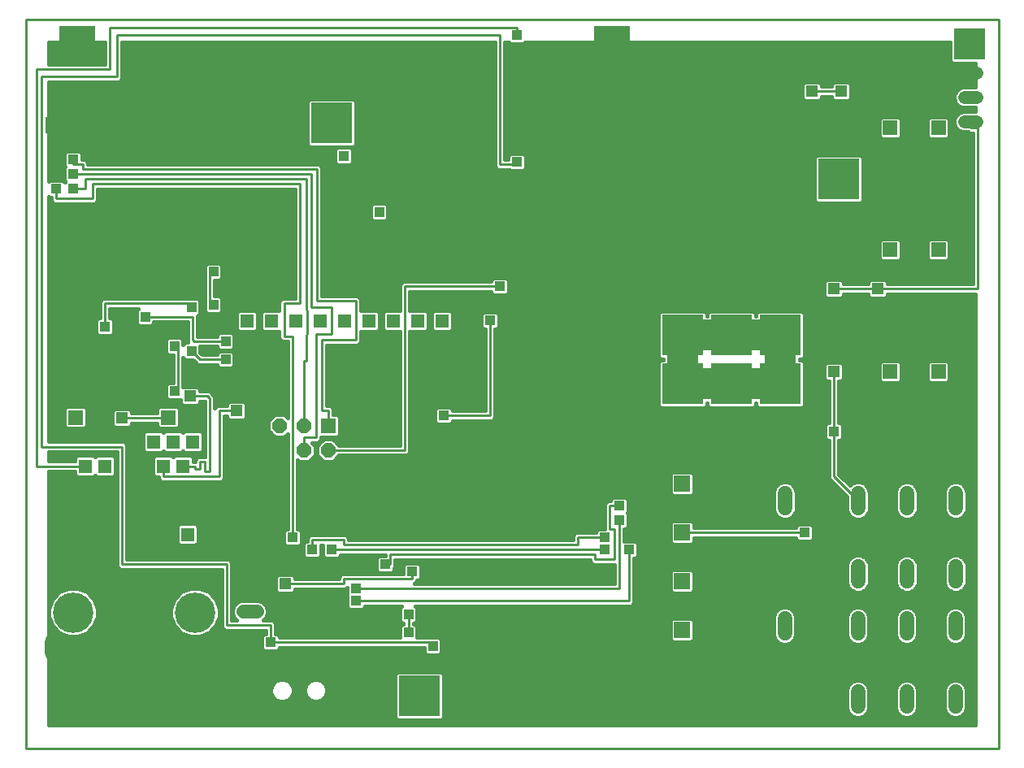
<source format=gbl>
G75*
G70*
%OFA0B0*%
%FSLAX24Y24*%
%IPPOS*%
%LPD*%
%AMOC8*
5,1,8,0,0,1.08239X$1,22.5*
%
%ADD10C,0.1660*%
%ADD11C,0.0945*%
%ADD12R,0.0554X0.0554*%
%ADD13R,0.0594X0.0594*%
%ADD14C,0.0520*%
%ADD15C,0.0600*%
%ADD16R,0.0600X0.0600*%
%ADD17OC8,0.0600*%
%ADD18R,0.0650X0.0650*%
%ADD19C,0.0560*%
%ADD20R,0.0396X0.0396*%
%ADD21C,0.0100*%
%ADD22R,0.0475X0.0475*%
%ADD23C,0.0240*%
%ADD24R,0.0591X0.0591*%
%ADD25C,0.1000*%
%ADD26C,0.0160*%
%ADD27R,0.1266X0.1266*%
%ADD28C,0.0500*%
%ADD29R,0.1502X0.1502*%
%ADD30C,0.0320*%
%ADD31R,0.0886X0.0886*%
%ADD32R,0.0945X0.0945*%
%ADD33R,0.1660X0.1660*%
D10*
X002510Y005834D03*
X007510Y005834D03*
D11*
X008185Y004584D03*
X001835Y004584D03*
D12*
X002810Y009034D03*
X003010Y011834D03*
X003810Y011834D03*
X005810Y012834D03*
X006610Y012834D03*
X007410Y012834D03*
X007010Y011834D03*
X006210Y011834D03*
X007210Y009034D03*
X008644Y017796D03*
X009644Y017796D03*
X010644Y017796D03*
X011644Y017796D03*
X012644Y017796D03*
X013644Y017796D03*
X014644Y017796D03*
X015644Y017796D03*
X016644Y017796D03*
X017644Y017796D03*
X018644Y017796D03*
D13*
X007410Y013834D03*
X006410Y013834D03*
X003610Y013834D03*
X002610Y013834D03*
X036030Y015702D03*
X037998Y015702D03*
X037998Y020702D03*
X036030Y020702D03*
X036030Y025702D03*
X037998Y025702D03*
D14*
X039070Y025956D02*
X039590Y025956D01*
X039590Y026956D02*
X039070Y026956D01*
X039070Y027956D02*
X039590Y027956D01*
D15*
X038707Y010718D02*
X038707Y010118D01*
X036707Y010118D02*
X036707Y010718D01*
X034707Y010718D02*
X034707Y010118D01*
X031707Y010118D02*
X031707Y010718D01*
X031707Y007718D02*
X031707Y007118D01*
X031699Y005588D02*
X031699Y004988D01*
X034699Y004988D02*
X034699Y005588D01*
X034707Y007118D02*
X034707Y007718D01*
X036707Y007718D02*
X036707Y007118D01*
X036699Y005588D02*
X036699Y004988D01*
X038699Y004988D02*
X038699Y005588D01*
X038707Y007118D02*
X038707Y007718D01*
X038699Y002588D02*
X038699Y001988D01*
X036699Y001988D02*
X036699Y002588D01*
X034699Y002588D02*
X034699Y001988D01*
X031699Y001988D02*
X031699Y002588D01*
D16*
X012983Y013481D03*
D17*
X011983Y013481D03*
X011983Y012481D03*
X012983Y012481D03*
X010983Y012481D03*
X010983Y013481D03*
D18*
X004714Y017302D03*
X011114Y021102D03*
X011914Y028002D03*
X008714Y028702D03*
X005214Y028602D03*
X001714Y025802D03*
X027483Y011115D03*
X027483Y009115D03*
X027483Y007115D03*
X027483Y005115D03*
X027483Y003115D03*
D19*
X010042Y005876D02*
X009482Y005876D01*
X009482Y006876D02*
X010042Y006876D01*
D20*
X012314Y008402D03*
X013114Y008402D03*
X011514Y008902D03*
X014114Y006802D03*
X014114Y006302D03*
X015064Y005602D03*
X016264Y005752D03*
X016264Y005002D03*
X017264Y004452D03*
X016414Y007502D03*
X015314Y007802D03*
X010614Y004602D03*
X017714Y013902D03*
X019614Y017802D03*
X020014Y019202D03*
X015064Y022252D03*
X013614Y024552D03*
X008264Y019802D03*
X008264Y018452D03*
X007364Y018352D03*
X005464Y017952D03*
X006664Y016752D03*
X007364Y016552D03*
X008764Y016202D03*
X008764Y016952D03*
X006664Y014902D03*
X003814Y017552D03*
X002514Y023202D03*
X002514Y023802D03*
X002514Y024402D03*
X001814Y023202D03*
X020714Y024302D03*
X020714Y029502D03*
X034814Y016502D03*
X037014Y013702D03*
X033714Y013252D03*
X032514Y009102D03*
X025314Y008402D03*
X024314Y008402D03*
X024314Y008902D03*
X024914Y009602D03*
X024914Y010202D03*
D21*
X000564Y000252D02*
X000564Y030152D01*
X040464Y030152D01*
X040464Y000252D01*
X000564Y000252D01*
X008814Y005302D02*
X010614Y005302D01*
X010614Y004602D01*
X017114Y004602D01*
X017114Y004452D01*
X017264Y004452D01*
X016264Y005002D02*
X016264Y005752D01*
X015164Y005552D02*
X015114Y005602D01*
X015064Y005602D01*
X014114Y006302D02*
X025314Y006302D01*
X025314Y008402D01*
X024714Y008002D02*
X023914Y008002D01*
X023914Y008202D01*
X015514Y008202D01*
X015514Y007802D01*
X015314Y007802D01*
X016414Y007502D02*
X016414Y007202D01*
X013614Y007202D01*
X013614Y007002D01*
X011214Y007002D01*
X012314Y008402D02*
X012314Y008802D01*
X013614Y008802D01*
X013614Y008602D01*
X023214Y008602D01*
X023214Y008902D01*
X024314Y008902D01*
X024514Y009252D02*
X024514Y010202D01*
X024914Y010202D01*
X024914Y009602D02*
X024914Y006802D01*
X014114Y006802D01*
X013114Y008402D02*
X024314Y008402D01*
X024714Y008002D02*
X024714Y009252D01*
X024514Y009252D01*
X027483Y009115D02*
X027483Y009102D01*
X032514Y009102D01*
X034707Y010418D02*
X033714Y011411D01*
X033714Y013252D01*
X033714Y015702D01*
X034814Y016502D02*
X034914Y016402D01*
X037114Y016402D01*
X037114Y015202D01*
X037514Y014802D01*
X037514Y013702D01*
X037014Y013702D01*
X035514Y019102D02*
X033714Y019102D01*
X035514Y019102D02*
X039614Y019102D01*
X039614Y025702D01*
X039330Y025702D01*
X039330Y025956D01*
X034014Y027202D02*
X032814Y027202D01*
X020714Y029502D02*
X020714Y029802D01*
X004014Y029802D01*
X004014Y028102D01*
X001014Y028102D01*
X001014Y011834D01*
X003010Y011834D01*
X004514Y012627D02*
X001214Y012627D01*
X001214Y027802D01*
X004314Y027802D01*
X004314Y029502D01*
X020014Y029502D01*
X020014Y024202D01*
X020714Y024202D01*
X020714Y024302D01*
X020014Y019202D02*
X016114Y019202D01*
X016114Y012481D01*
X012983Y012481D01*
X012464Y013002D02*
X011983Y013002D01*
X011983Y012481D01*
X012464Y013002D02*
X012464Y017252D01*
X013114Y017252D01*
X013114Y018352D01*
X012264Y018352D01*
X012264Y023802D01*
X002514Y023802D01*
X002514Y024202D02*
X002914Y024202D01*
X002914Y024002D01*
X012514Y024002D01*
X012514Y018602D01*
X014114Y018602D01*
X014114Y017002D01*
X012714Y017002D01*
X012714Y014102D01*
X012983Y014102D01*
X012983Y013481D01*
X012983Y013852D01*
X011983Y013481D02*
X011983Y016152D01*
X012064Y016152D01*
X012064Y017202D01*
X012114Y017252D01*
X012114Y018202D01*
X012064Y018252D01*
X012064Y023602D01*
X003014Y023602D01*
X003014Y023202D01*
X002514Y023202D01*
X001814Y023202D02*
X001814Y022802D01*
X003314Y022802D01*
X003314Y023402D01*
X011814Y023402D01*
X011814Y018502D01*
X011164Y018502D01*
X011164Y017152D01*
X011514Y017152D01*
X011514Y008902D01*
X008814Y007802D02*
X004514Y007802D01*
X004514Y012627D01*
X004514Y013802D02*
X006378Y013802D01*
X006410Y013834D01*
X007314Y014702D02*
X008014Y014702D01*
X008114Y014602D01*
X008114Y011602D01*
X007914Y011602D01*
X007914Y012002D01*
X007714Y012002D01*
X007714Y011702D01*
X007514Y011702D01*
X007514Y011802D01*
X007042Y011802D01*
X007010Y011834D01*
X006210Y011834D02*
X006210Y011402D01*
X008514Y011402D01*
X008514Y014102D01*
X009214Y014102D01*
X008764Y016202D02*
X007714Y016202D01*
X007364Y016552D01*
X007464Y016952D02*
X008764Y016952D01*
X007464Y016952D02*
X007414Y017002D01*
X007414Y017952D01*
X005464Y017952D01*
X006664Y016752D02*
X006814Y016852D01*
X006814Y014902D01*
X006664Y014902D01*
X003814Y017552D02*
X003814Y018502D01*
X007214Y018502D01*
X007364Y018352D01*
X008114Y018452D02*
X008264Y018452D01*
X008114Y018452D02*
X008114Y019802D01*
X008264Y019802D01*
X002514Y024202D02*
X002514Y024402D01*
X017714Y013902D02*
X019614Y013902D01*
X019614Y017802D01*
X029214Y010102D02*
X029214Y009602D01*
X015214Y003802D02*
X015214Y003402D01*
X015214Y003802D02*
X014864Y004152D01*
X008814Y005302D02*
X008814Y007802D01*
D22*
X011214Y007002D03*
X014864Y004152D03*
X004514Y013802D03*
X007314Y014702D03*
X009214Y014102D03*
X032814Y027202D03*
X034014Y027202D03*
X033714Y019102D03*
X035514Y019102D03*
X033714Y015702D03*
D23*
X008614Y020702D02*
X005514Y020702D01*
X005514Y020902D01*
X002114Y020902D01*
D24*
X002114Y020902D03*
X005514Y020902D03*
X008614Y020702D03*
D25*
X008185Y004584D02*
X007514Y002884D01*
X007514Y004202D01*
X001835Y004202D01*
X001835Y004584D01*
D26*
X001514Y004641D02*
X010256Y004641D01*
X010256Y004799D02*
X001514Y004799D01*
X001514Y004958D02*
X002038Y004958D01*
X001949Y004994D02*
X002313Y004844D01*
X002707Y004844D01*
X003071Y004994D01*
X003349Y005273D01*
X003500Y005637D01*
X003500Y006031D01*
X003349Y006394D01*
X003071Y006673D01*
X002707Y006824D01*
X002313Y006824D01*
X001949Y006673D01*
X001671Y006394D01*
X001520Y006031D01*
X001520Y005637D01*
X001671Y005273D01*
X001949Y004994D01*
X001827Y005116D02*
X001514Y005116D01*
X001514Y005275D02*
X001670Y005275D01*
X001604Y005434D02*
X001514Y005434D01*
X001514Y005592D02*
X001539Y005592D01*
X001514Y005751D02*
X001520Y005751D01*
X001514Y005909D02*
X001520Y005909D01*
X001514Y006068D02*
X001536Y006068D01*
X001514Y006226D02*
X001601Y006226D01*
X001667Y006385D02*
X001514Y006385D01*
X001514Y006543D02*
X001820Y006543D01*
X002019Y006702D02*
X001514Y006702D01*
X001514Y006860D02*
X008604Y006860D01*
X008604Y006702D02*
X008001Y006702D01*
X008071Y006673D02*
X007707Y006824D01*
X007313Y006824D01*
X006949Y006673D01*
X006671Y006394D01*
X006520Y006031D01*
X006520Y005637D01*
X006671Y005273D01*
X006949Y004994D01*
X007313Y004844D01*
X007707Y004844D01*
X008071Y004994D01*
X008349Y005273D01*
X008500Y005637D01*
X008500Y006031D01*
X008349Y006394D01*
X008071Y006673D01*
X008200Y006543D02*
X008604Y006543D01*
X008604Y006385D02*
X008353Y006385D01*
X008419Y006226D02*
X008604Y006226D01*
X008604Y006068D02*
X008485Y006068D01*
X008500Y005909D02*
X008604Y005909D01*
X008604Y005751D02*
X008500Y005751D01*
X008481Y005592D02*
X008604Y005592D01*
X008604Y005434D02*
X008416Y005434D01*
X008350Y005275D02*
X008604Y005275D01*
X008604Y005215D02*
X008727Y005092D01*
X010404Y005092D01*
X010404Y004960D01*
X010350Y004960D01*
X010256Y004866D01*
X010256Y004337D01*
X010350Y004243D01*
X010878Y004243D01*
X010972Y004337D01*
X010972Y004392D01*
X016904Y004392D01*
X016904Y004365D01*
X016906Y004363D01*
X016906Y004187D01*
X017000Y004093D01*
X017528Y004093D01*
X017622Y004187D01*
X017622Y004716D01*
X017528Y004810D01*
X017203Y004810D01*
X017201Y004812D01*
X016622Y004812D01*
X016622Y005266D01*
X016528Y005360D01*
X016474Y005360D01*
X016474Y005393D01*
X016528Y005393D01*
X016622Y005487D01*
X016622Y006016D01*
X016546Y006092D01*
X025227Y006092D01*
X025401Y006092D01*
X025524Y006215D01*
X025524Y008043D01*
X025578Y008043D01*
X025672Y008137D01*
X025672Y008666D01*
X025578Y008760D01*
X025124Y008760D01*
X025124Y009243D01*
X025178Y009243D01*
X025272Y009337D01*
X025272Y009866D01*
X025236Y009902D01*
X025272Y009937D01*
X025272Y010466D01*
X025178Y010560D01*
X024650Y010560D01*
X024556Y010466D01*
X024556Y010412D01*
X024427Y010412D01*
X024304Y010289D01*
X024304Y010115D01*
X024304Y009260D01*
X024050Y009260D01*
X023956Y009166D01*
X023956Y009112D01*
X023127Y009112D01*
X023004Y008989D01*
X023004Y008815D01*
X023004Y008812D01*
X013824Y008812D01*
X013824Y008889D01*
X013701Y009012D01*
X012227Y009012D01*
X012104Y008889D01*
X012104Y008760D01*
X012050Y008760D01*
X011956Y008666D01*
X011956Y008137D01*
X012050Y008043D01*
X012578Y008043D01*
X012672Y008137D01*
X012672Y008592D01*
X012756Y008592D01*
X012756Y008137D01*
X012850Y008043D01*
X013378Y008043D01*
X013472Y008137D01*
X013472Y008192D01*
X015304Y008192D01*
X015304Y008160D01*
X015050Y008160D01*
X014956Y008066D01*
X014956Y007537D01*
X015050Y007443D01*
X015578Y007443D01*
X015672Y007537D01*
X015672Y007663D01*
X015724Y007715D01*
X015724Y007889D01*
X015724Y007992D01*
X023704Y007992D01*
X023704Y007915D01*
X023827Y007792D01*
X024704Y007792D01*
X024704Y007012D01*
X016521Y007012D01*
X016624Y007115D01*
X016624Y007143D01*
X016678Y007143D01*
X016772Y007237D01*
X016772Y007766D01*
X016678Y007860D01*
X016150Y007860D01*
X016056Y007766D01*
X016056Y007412D01*
X013527Y007412D01*
X013404Y007289D01*
X013404Y007212D01*
X011611Y007212D01*
X011611Y007305D01*
X011518Y007399D01*
X010910Y007399D01*
X010817Y007305D01*
X010817Y006698D01*
X010910Y006604D01*
X011518Y006604D01*
X011611Y006698D01*
X011611Y006792D01*
X013527Y006792D01*
X013701Y006792D01*
X013756Y006847D01*
X013756Y006566D01*
X013756Y006037D01*
X013850Y005943D01*
X014378Y005943D01*
X014472Y006037D01*
X014472Y006092D01*
X015982Y006092D01*
X015906Y006016D01*
X015906Y005487D01*
X016000Y005393D01*
X016054Y005393D01*
X016054Y005360D01*
X016000Y005360D01*
X015906Y005266D01*
X015906Y004812D01*
X010972Y004812D01*
X010972Y004866D01*
X010878Y004960D01*
X010824Y004960D01*
X010824Y005215D01*
X010824Y005389D01*
X010701Y005512D01*
X010300Y005512D01*
X010415Y005626D01*
X010482Y005788D01*
X010482Y005963D01*
X010415Y006125D01*
X010291Y006249D01*
X010130Y006316D01*
X009394Y006316D01*
X009233Y006249D01*
X009109Y006125D01*
X009042Y005963D01*
X009042Y005788D01*
X009109Y005626D01*
X009224Y005512D01*
X009024Y005512D01*
X009024Y007715D01*
X009024Y007889D01*
X008901Y008012D01*
X004724Y008012D01*
X004724Y012540D01*
X004724Y012714D01*
X004601Y012837D01*
X001514Y012837D01*
X001514Y022879D01*
X001550Y022843D01*
X001604Y022843D01*
X001604Y022715D01*
X001514Y022715D01*
X001604Y022715D02*
X001727Y022592D01*
X003227Y022592D01*
X003401Y022592D01*
X003524Y022715D01*
X011604Y022715D01*
X011604Y022873D02*
X003524Y022873D01*
X003524Y022715D02*
X003524Y023192D01*
X011604Y023192D01*
X011604Y018712D01*
X011251Y018712D01*
X011077Y018712D01*
X010954Y018589D01*
X010954Y018233D01*
X010300Y018233D01*
X010207Y018139D01*
X010207Y017453D01*
X010300Y017359D01*
X010954Y017359D01*
X010954Y017065D01*
X011077Y016942D01*
X011251Y016942D01*
X011304Y016942D01*
X011304Y013810D01*
X011173Y013941D01*
X010792Y013941D01*
X010523Y013672D01*
X010523Y013291D01*
X010792Y013021D01*
X011173Y013021D01*
X011304Y013152D01*
X011304Y009260D01*
X011250Y009260D01*
X011156Y009166D01*
X011156Y008637D01*
X011250Y008543D01*
X011778Y008543D01*
X011872Y008637D01*
X011872Y009166D01*
X011778Y009260D01*
X011724Y009260D01*
X011724Y012089D01*
X011792Y012021D01*
X012173Y012021D01*
X012442Y012291D01*
X012442Y012672D01*
X012322Y012792D01*
X012377Y012792D01*
X012551Y012792D01*
X012674Y012915D01*
X012674Y013021D01*
X013349Y013021D01*
X013442Y013115D01*
X013442Y013847D01*
X013349Y013941D01*
X013192Y013941D01*
X013192Y014189D01*
X013069Y014312D01*
X012924Y014312D01*
X015904Y014312D01*
X015904Y014470D02*
X012924Y014470D01*
X012924Y014312D02*
X012924Y016792D01*
X014201Y016792D01*
X014324Y016915D01*
X014324Y017089D01*
X014324Y017359D01*
X014987Y017359D01*
X015081Y017453D01*
X015081Y018139D01*
X014987Y018233D01*
X014324Y018233D01*
X014324Y018689D01*
X014201Y018812D01*
X014027Y018812D01*
X012724Y018812D01*
X012724Y024089D01*
X012601Y024212D01*
X012427Y024212D01*
X003124Y024212D01*
X003124Y024289D01*
X003001Y024412D01*
X002872Y024412D01*
X002872Y024666D01*
X002778Y024760D01*
X002250Y024760D01*
X002156Y024666D01*
X002156Y024137D01*
X002192Y024102D01*
X002156Y024066D01*
X002156Y023537D01*
X002192Y023502D01*
X002164Y023474D01*
X002078Y023560D01*
X001550Y023560D01*
X001514Y023524D01*
X001514Y027592D01*
X004227Y027592D01*
X004401Y027592D01*
X004524Y027715D01*
X004524Y029202D01*
X019804Y029202D01*
X019804Y024289D01*
X019804Y024115D01*
X019927Y023992D01*
X020401Y023992D01*
X020450Y023943D01*
X020978Y023943D01*
X021072Y024037D01*
X021072Y024566D01*
X020978Y024660D01*
X020450Y024660D01*
X020356Y024566D01*
X020356Y024412D01*
X020224Y024412D01*
X020224Y029202D01*
X020392Y029202D01*
X020450Y029143D01*
X020978Y029143D01*
X021036Y029202D01*
X038471Y029202D01*
X038471Y028452D01*
X038565Y028359D01*
X039514Y028359D01*
X039514Y027376D01*
X038987Y027376D01*
X038832Y027312D01*
X038714Y027194D01*
X038650Y027039D01*
X038650Y026872D01*
X038714Y026718D01*
X038832Y026600D01*
X038987Y026536D01*
X039514Y026536D01*
X039514Y026376D01*
X038987Y026376D01*
X038832Y026312D01*
X038714Y026194D01*
X038650Y026039D01*
X038650Y025872D01*
X038714Y025718D01*
X038832Y025600D01*
X038987Y025536D01*
X039199Y025536D01*
X039243Y025492D01*
X039404Y025492D01*
X039404Y019312D01*
X035911Y019312D01*
X035911Y019405D01*
X035818Y019499D01*
X035210Y019499D01*
X035117Y019405D01*
X035117Y019312D01*
X034111Y019312D01*
X034111Y019405D01*
X034018Y019499D01*
X033410Y019499D01*
X033317Y019405D01*
X033317Y018798D01*
X033410Y018704D01*
X034018Y018704D01*
X034111Y018798D01*
X034111Y018892D01*
X035117Y018892D01*
X035117Y018798D01*
X035210Y018704D01*
X035818Y018704D01*
X035911Y018798D01*
X035911Y018892D01*
X039514Y018892D01*
X039514Y001202D01*
X001514Y001202D01*
X001514Y011624D01*
X002573Y011624D01*
X002573Y011490D01*
X002667Y011396D01*
X003354Y011396D01*
X003410Y011453D01*
X003467Y011396D01*
X004154Y011396D01*
X004247Y011490D01*
X004247Y012177D01*
X004154Y012271D01*
X003467Y012271D01*
X003410Y012214D01*
X003354Y012271D01*
X002667Y012271D01*
X002573Y012177D01*
X002573Y012044D01*
X001514Y012044D01*
X001514Y012417D01*
X004304Y012417D01*
X004304Y007889D01*
X004304Y007715D01*
X004427Y007592D01*
X008604Y007592D01*
X008604Y005389D01*
X008604Y005215D01*
X008702Y005116D02*
X008193Y005116D01*
X007982Y004958D02*
X010348Y004958D01*
X010824Y005116D02*
X015906Y005116D01*
X015906Y004958D02*
X010880Y004958D01*
X010824Y005275D02*
X015915Y005275D01*
X015960Y005434D02*
X010779Y005434D01*
X010381Y005592D02*
X015906Y005592D01*
X015906Y005751D02*
X010466Y005751D01*
X010482Y005909D02*
X015906Y005909D01*
X015958Y006068D02*
X014472Y006068D01*
X013756Y006068D02*
X010439Y006068D01*
X010314Y006226D02*
X013756Y006226D01*
X013756Y006385D02*
X009024Y006385D01*
X009024Y006543D02*
X013756Y006543D01*
X013756Y006702D02*
X011611Y006702D01*
X011581Y007336D02*
X013451Y007336D01*
X013464Y008129D02*
X015019Y008129D01*
X014956Y007970D02*
X008942Y007970D01*
X009024Y007812D02*
X014956Y007812D01*
X014956Y007653D02*
X009024Y007653D01*
X009024Y007495D02*
X014999Y007495D01*
X015629Y007495D02*
X016056Y007495D01*
X016056Y007653D02*
X015672Y007653D01*
X015724Y007812D02*
X016102Y007812D01*
X015724Y007970D02*
X023704Y007970D01*
X023807Y007812D02*
X016726Y007812D01*
X016772Y007653D02*
X024704Y007653D01*
X024704Y007495D02*
X016772Y007495D01*
X016772Y007336D02*
X024704Y007336D01*
X024704Y007177D02*
X016712Y007177D01*
X016528Y007019D02*
X024704Y007019D01*
X025524Y007019D02*
X026998Y007019D01*
X026998Y007177D02*
X025524Y007177D01*
X025524Y007336D02*
X026998Y007336D01*
X026998Y007495D02*
X025524Y007495D01*
X025524Y007653D02*
X034247Y007653D01*
X034247Y007810D02*
X034317Y007979D01*
X034446Y008108D01*
X034615Y008178D01*
X034798Y008178D01*
X034967Y008108D01*
X035097Y007979D01*
X035167Y007810D01*
X035167Y007027D01*
X035097Y006858D01*
X034967Y006728D01*
X034798Y006658D01*
X034615Y006658D01*
X034446Y006728D01*
X034317Y006858D01*
X034247Y007027D01*
X034247Y007810D01*
X034248Y007812D02*
X025524Y007812D01*
X025524Y007970D02*
X034313Y007970D01*
X034496Y008129D02*
X025664Y008129D01*
X025672Y008287D02*
X039514Y008287D01*
X039514Y008129D02*
X038918Y008129D01*
X038967Y008108D02*
X038798Y008178D01*
X038615Y008178D01*
X038446Y008108D01*
X038317Y007979D01*
X038247Y007810D01*
X038247Y007027D01*
X038317Y006858D01*
X038446Y006728D01*
X038615Y006658D01*
X038798Y006658D01*
X038967Y006728D01*
X039097Y006858D01*
X039167Y007027D01*
X039167Y007810D01*
X039097Y007979D01*
X038967Y008108D01*
X039100Y007970D02*
X039514Y007970D01*
X039514Y007812D02*
X039166Y007812D01*
X039167Y007653D02*
X039514Y007653D01*
X039514Y007495D02*
X039167Y007495D01*
X039167Y007336D02*
X039514Y007336D01*
X039514Y007177D02*
X039167Y007177D01*
X039164Y007019D02*
X039514Y007019D01*
X039514Y006860D02*
X039098Y006860D01*
X038904Y006702D02*
X039514Y006702D01*
X039514Y006543D02*
X025524Y006543D01*
X025524Y006385D02*
X039514Y006385D01*
X039514Y006226D02*
X025524Y006226D01*
X025524Y006702D02*
X027020Y006702D01*
X026998Y006724D02*
X027091Y006630D01*
X027874Y006630D01*
X027967Y006724D01*
X027967Y007506D01*
X027874Y007600D01*
X027091Y007600D01*
X026998Y007506D01*
X026998Y006724D01*
X026998Y006860D02*
X025524Y006860D01*
X026998Y005506D02*
X027091Y005600D01*
X027874Y005600D01*
X027967Y005506D01*
X027967Y004724D01*
X027874Y004630D01*
X027091Y004630D01*
X026998Y004724D01*
X026998Y005506D01*
X026998Y005434D02*
X016568Y005434D01*
X016613Y005275D02*
X026998Y005275D01*
X026998Y005116D02*
X016622Y005116D01*
X016622Y004958D02*
X026998Y004958D01*
X026998Y004799D02*
X017539Y004799D01*
X017622Y004641D02*
X027081Y004641D01*
X027884Y004641D02*
X031396Y004641D01*
X031438Y004598D02*
X031608Y004528D01*
X031791Y004528D01*
X031960Y004598D01*
X032089Y004728D01*
X032159Y004897D01*
X032159Y005680D01*
X032089Y005849D01*
X031960Y005978D01*
X031791Y006048D01*
X031608Y006048D01*
X031438Y005978D01*
X031309Y005849D01*
X031239Y005680D01*
X031239Y004897D01*
X031309Y004728D01*
X031438Y004598D01*
X031279Y004799D02*
X027967Y004799D01*
X027967Y004958D02*
X031239Y004958D01*
X031239Y005116D02*
X027967Y005116D01*
X027967Y005275D02*
X031239Y005275D01*
X031239Y005434D02*
X027967Y005434D01*
X027881Y005592D02*
X031239Y005592D01*
X031268Y005751D02*
X016622Y005751D01*
X016622Y005909D02*
X031369Y005909D01*
X032029Y005909D02*
X034369Y005909D01*
X034309Y005849D02*
X034239Y005680D01*
X034239Y004897D01*
X034309Y004728D01*
X034438Y004598D01*
X034608Y004528D01*
X034791Y004528D01*
X034960Y004598D01*
X035089Y004728D01*
X035159Y004897D01*
X035159Y005680D01*
X035089Y005849D01*
X034960Y005978D01*
X034791Y006048D01*
X034608Y006048D01*
X034438Y005978D01*
X034309Y005849D01*
X034268Y005751D02*
X032130Y005751D01*
X032159Y005592D02*
X034239Y005592D01*
X034239Y005434D02*
X032159Y005434D01*
X032159Y005275D02*
X034239Y005275D01*
X034239Y005116D02*
X032159Y005116D01*
X032159Y004958D02*
X034239Y004958D01*
X034279Y004799D02*
X032119Y004799D01*
X032002Y004641D02*
X034396Y004641D01*
X035002Y004641D02*
X036396Y004641D01*
X036438Y004598D02*
X036309Y004728D01*
X036239Y004897D01*
X036239Y005680D01*
X036309Y005849D01*
X036438Y005978D01*
X036608Y006048D01*
X036791Y006048D01*
X036960Y005978D01*
X037089Y005849D01*
X037159Y005680D01*
X037159Y004897D01*
X037089Y004728D01*
X036960Y004598D01*
X036791Y004528D01*
X036608Y004528D01*
X036438Y004598D01*
X036279Y004799D02*
X035119Y004799D01*
X035159Y004958D02*
X036239Y004958D01*
X036239Y005116D02*
X035159Y005116D01*
X035159Y005275D02*
X036239Y005275D01*
X036239Y005434D02*
X035159Y005434D01*
X035159Y005592D02*
X036239Y005592D01*
X036268Y005751D02*
X035130Y005751D01*
X035029Y005909D02*
X036369Y005909D01*
X037029Y005909D02*
X038369Y005909D01*
X038309Y005849D02*
X038239Y005680D01*
X038239Y004897D01*
X038309Y004728D01*
X038438Y004598D01*
X038608Y004528D01*
X038791Y004528D01*
X038960Y004598D01*
X039089Y004728D01*
X039159Y004897D01*
X039159Y005680D01*
X039089Y005849D01*
X038960Y005978D01*
X038791Y006048D01*
X038608Y006048D01*
X038438Y005978D01*
X038309Y005849D01*
X038268Y005751D02*
X037130Y005751D01*
X037159Y005592D02*
X038239Y005592D01*
X038239Y005434D02*
X037159Y005434D01*
X037159Y005275D02*
X038239Y005275D01*
X038239Y005116D02*
X037159Y005116D01*
X037159Y004958D02*
X038239Y004958D01*
X038279Y004799D02*
X037119Y004799D01*
X037002Y004641D02*
X038396Y004641D01*
X039002Y004641D02*
X039514Y004641D01*
X039514Y004799D02*
X039119Y004799D01*
X039159Y004958D02*
X039514Y004958D01*
X039514Y005116D02*
X039159Y005116D01*
X039159Y005275D02*
X039514Y005275D01*
X039514Y005434D02*
X039159Y005434D01*
X039159Y005592D02*
X039514Y005592D01*
X039514Y005751D02*
X039130Y005751D01*
X039029Y005909D02*
X039514Y005909D01*
X039514Y006068D02*
X016570Y006068D01*
X016622Y005592D02*
X027084Y005592D01*
X027945Y006702D02*
X034510Y006702D01*
X034316Y006860D02*
X027967Y006860D01*
X027967Y007019D02*
X034250Y007019D01*
X034247Y007177D02*
X027967Y007177D01*
X027967Y007336D02*
X034247Y007336D01*
X034247Y007495D02*
X027967Y007495D01*
X027874Y008630D02*
X027091Y008630D01*
X026998Y008724D01*
X026998Y009506D01*
X027091Y009600D01*
X027874Y009600D01*
X027967Y009506D01*
X027967Y009312D01*
X032156Y009312D01*
X032156Y009366D01*
X032250Y009460D01*
X032778Y009460D01*
X032872Y009366D01*
X032872Y008837D01*
X032778Y008743D01*
X032250Y008743D01*
X032156Y008837D01*
X032156Y008892D01*
X027967Y008892D01*
X027967Y008724D01*
X027874Y008630D01*
X027967Y008763D02*
X032230Y008763D01*
X032798Y008763D02*
X039514Y008763D01*
X039514Y008921D02*
X032872Y008921D01*
X032872Y009080D02*
X039514Y009080D01*
X039514Y009239D02*
X032872Y009239D01*
X032841Y009397D02*
X039514Y009397D01*
X039514Y009556D02*
X027918Y009556D01*
X027967Y009397D02*
X032187Y009397D01*
X031967Y009728D02*
X031798Y009658D01*
X031615Y009658D01*
X031446Y009728D01*
X031317Y009858D01*
X031247Y010027D01*
X031247Y010810D01*
X031317Y010979D01*
X031446Y011108D01*
X031615Y011178D01*
X031798Y011178D01*
X031967Y011108D01*
X032097Y010979D01*
X032167Y010810D01*
X032167Y010027D01*
X032097Y009858D01*
X031967Y009728D01*
X031934Y009714D02*
X034480Y009714D01*
X034446Y009728D02*
X034615Y009658D01*
X034798Y009658D01*
X034967Y009728D01*
X035097Y009858D01*
X035167Y010027D01*
X035167Y010810D01*
X035097Y010979D01*
X034967Y011108D01*
X034798Y011178D01*
X034615Y011178D01*
X034446Y011108D01*
X034380Y011042D01*
X033924Y011498D01*
X033924Y012893D01*
X033978Y012893D01*
X034072Y012987D01*
X034072Y013516D01*
X033978Y013610D01*
X033924Y013610D01*
X033924Y015304D01*
X034018Y015304D01*
X034111Y015398D01*
X034111Y016005D01*
X034018Y016099D01*
X033410Y016099D01*
X033317Y016005D01*
X033317Y015398D01*
X033410Y015304D01*
X033504Y015304D01*
X033504Y013610D01*
X033450Y013610D01*
X033356Y013516D01*
X033356Y012987D01*
X033450Y012893D01*
X033504Y012893D01*
X033504Y011498D01*
X033504Y011324D01*
X034247Y010581D01*
X034247Y010027D01*
X034317Y009858D01*
X034446Y009728D01*
X034311Y009873D02*
X032103Y009873D01*
X032167Y010031D02*
X034247Y010031D01*
X034247Y010190D02*
X032167Y010190D01*
X032167Y010348D02*
X034247Y010348D01*
X034247Y010507D02*
X032167Y010507D01*
X032167Y010665D02*
X034163Y010665D01*
X034004Y010824D02*
X032161Y010824D01*
X032093Y010983D02*
X033846Y010983D01*
X033687Y011141D02*
X031888Y011141D01*
X031526Y011141D02*
X027967Y011141D01*
X027967Y010983D02*
X031321Y010983D01*
X031253Y010824D02*
X027967Y010824D01*
X027967Y010724D02*
X027967Y011506D01*
X027874Y011600D01*
X027091Y011600D01*
X026998Y011506D01*
X026998Y010724D01*
X027091Y010630D01*
X027874Y010630D01*
X027967Y010724D01*
X027909Y010665D02*
X031247Y010665D01*
X031247Y010507D02*
X025231Y010507D01*
X025272Y010348D02*
X031247Y010348D01*
X031247Y010190D02*
X025272Y010190D01*
X025272Y010031D02*
X031247Y010031D01*
X031311Y009873D02*
X025265Y009873D01*
X025272Y009714D02*
X031480Y009714D01*
X033528Y011300D02*
X027967Y011300D01*
X027967Y011458D02*
X033504Y011458D01*
X033504Y011617D02*
X011724Y011617D01*
X011724Y011775D02*
X033504Y011775D01*
X033504Y011934D02*
X011724Y011934D01*
X011304Y011934D02*
X008724Y011934D01*
X008724Y012092D02*
X011304Y012092D01*
X011304Y012251D02*
X008724Y012251D01*
X008724Y012409D02*
X011304Y012409D01*
X011304Y012568D02*
X008724Y012568D01*
X008724Y012726D02*
X011304Y012726D01*
X011304Y012885D02*
X008724Y012885D01*
X008724Y013044D02*
X010769Y013044D01*
X010611Y013202D02*
X008724Y013202D01*
X008724Y013361D02*
X010523Y013361D01*
X010523Y013519D02*
X008724Y013519D01*
X008724Y013678D02*
X010529Y013678D01*
X010687Y013836D02*
X009611Y013836D01*
X009611Y013798D02*
X009518Y013704D01*
X008910Y013704D01*
X008817Y013798D01*
X008817Y013892D01*
X008724Y013892D01*
X008724Y011489D01*
X008724Y011315D01*
X008601Y011192D01*
X006297Y011192D01*
X006123Y011192D01*
X006000Y011315D01*
X006000Y011396D01*
X005867Y011396D01*
X005773Y011490D01*
X005773Y012177D01*
X005867Y012271D01*
X006554Y012271D01*
X006610Y012214D01*
X006667Y012271D01*
X007354Y012271D01*
X007447Y012177D01*
X007447Y012012D01*
X007504Y012012D01*
X007504Y012089D01*
X007627Y012212D01*
X007801Y012212D01*
X007904Y012212D01*
X007904Y014492D01*
X007711Y014492D01*
X007711Y014398D01*
X007618Y014304D01*
X007010Y014304D01*
X006917Y014398D01*
X006917Y014543D01*
X006400Y014543D01*
X006306Y014637D01*
X006306Y015166D01*
X006400Y015260D01*
X006604Y015260D01*
X006604Y016393D01*
X006400Y016393D01*
X006306Y016487D01*
X006306Y017016D01*
X006400Y017110D01*
X006928Y017110D01*
X007022Y017016D01*
X007022Y016940D01*
X007024Y016939D01*
X007024Y016915D01*
X007037Y016896D01*
X007025Y016835D01*
X007100Y016910D01*
X007209Y016910D01*
X007204Y016915D01*
X007204Y017089D01*
X007204Y017742D01*
X005822Y017742D01*
X005822Y017687D01*
X005728Y017593D01*
X005200Y017593D01*
X005106Y017687D01*
X005106Y018216D01*
X005182Y018292D01*
X004024Y018292D01*
X004024Y017910D01*
X004078Y017910D01*
X004172Y017816D01*
X004172Y017287D01*
X004078Y017193D01*
X003550Y017193D01*
X003456Y017287D01*
X003456Y017816D01*
X003550Y017910D01*
X003604Y017910D01*
X003604Y018415D01*
X003604Y018589D01*
X003727Y018712D01*
X007127Y018712D01*
X007301Y018712D01*
X007303Y018710D01*
X007628Y018710D01*
X007722Y018616D01*
X007722Y018087D01*
X007628Y017993D01*
X007624Y017993D01*
X007624Y017162D01*
X008406Y017162D01*
X008406Y017216D01*
X008500Y017310D01*
X009028Y017310D01*
X009122Y017216D01*
X009122Y016687D01*
X009028Y016593D01*
X008500Y016593D01*
X008406Y016687D01*
X008406Y016742D01*
X007722Y016742D01*
X007722Y016490D01*
X007801Y016412D01*
X008406Y016412D01*
X008406Y016466D01*
X008500Y016560D01*
X009028Y016560D01*
X009122Y016466D01*
X009122Y015937D01*
X009028Y015843D01*
X008500Y015843D01*
X008406Y015937D01*
X008406Y015992D01*
X007627Y015992D01*
X007504Y016115D01*
X007425Y016193D01*
X007100Y016193D01*
X007024Y016269D01*
X007024Y015099D01*
X007618Y015099D01*
X007711Y015005D01*
X007711Y014912D01*
X007927Y014912D01*
X008101Y014912D01*
X008201Y014812D01*
X008324Y014689D01*
X008324Y014208D01*
X008427Y014312D01*
X008601Y014312D01*
X008817Y014312D01*
X008324Y014312D01*
X008324Y014470D02*
X008882Y014470D01*
X008910Y014499D02*
X008817Y014405D01*
X008817Y014312D01*
X008910Y014499D02*
X009518Y014499D01*
X009611Y014405D01*
X009611Y013798D01*
X009611Y013995D02*
X011304Y013995D01*
X011304Y014153D02*
X009611Y014153D01*
X009611Y014312D02*
X011304Y014312D01*
X011304Y014470D02*
X009546Y014470D01*
X008817Y013836D02*
X008724Y013836D01*
X007904Y013836D02*
X006867Y013836D01*
X006867Y013678D02*
X007904Y013678D01*
X007904Y013519D02*
X006867Y013519D01*
X006867Y013471D02*
X006867Y014197D01*
X006773Y014290D01*
X006047Y014290D01*
X005953Y014197D01*
X005953Y014012D01*
X004911Y014012D01*
X004911Y014105D01*
X004818Y014199D01*
X004210Y014199D01*
X004117Y014105D01*
X004117Y013498D01*
X004210Y013404D01*
X004818Y013404D01*
X004911Y013498D01*
X004911Y013592D01*
X005953Y013592D01*
X005953Y013471D01*
X006047Y013377D01*
X006773Y013377D01*
X006867Y013471D01*
X006954Y013271D02*
X006267Y013271D01*
X006210Y013214D01*
X006154Y013271D01*
X005467Y013271D01*
X005373Y013177D01*
X005373Y012490D01*
X005467Y012396D01*
X006154Y012396D01*
X006210Y012453D01*
X006267Y012396D01*
X006954Y012396D01*
X007010Y012453D01*
X007067Y012396D01*
X007754Y012396D01*
X007847Y012490D01*
X007847Y013177D01*
X007754Y013271D01*
X007067Y013271D01*
X007010Y013214D01*
X006954Y013271D01*
X006867Y013995D02*
X007904Y013995D01*
X007904Y014153D02*
X006867Y014153D01*
X007002Y014312D02*
X001514Y014312D01*
X001514Y014470D02*
X006917Y014470D01*
X006314Y014629D02*
X001514Y014629D01*
X001514Y014788D02*
X006306Y014788D01*
X006306Y014946D02*
X001514Y014946D01*
X001514Y015105D02*
X006306Y015105D01*
X006604Y015263D02*
X001514Y015263D01*
X001514Y015422D02*
X006604Y015422D01*
X006604Y015580D02*
X001514Y015580D01*
X001514Y015739D02*
X006604Y015739D01*
X006604Y015897D02*
X001514Y015897D01*
X001514Y016056D02*
X006604Y016056D01*
X006604Y016214D02*
X001514Y016214D01*
X001514Y016373D02*
X006604Y016373D01*
X006306Y016532D02*
X001514Y016532D01*
X001514Y016690D02*
X006306Y016690D01*
X006306Y016849D02*
X001514Y016849D01*
X001514Y017007D02*
X006306Y017007D01*
X007022Y017007D02*
X007204Y017007D01*
X007204Y017166D02*
X001514Y017166D01*
X001514Y017324D02*
X003456Y017324D01*
X003456Y017483D02*
X001514Y017483D01*
X001514Y017641D02*
X003456Y017641D01*
X003456Y017800D02*
X001514Y017800D01*
X001514Y017958D02*
X003604Y017958D01*
X003604Y018117D02*
X001514Y018117D01*
X001514Y018276D02*
X003604Y018276D01*
X003604Y018434D02*
X001514Y018434D01*
X001514Y018593D02*
X003608Y018593D01*
X004024Y018276D02*
X005166Y018276D01*
X005106Y018117D02*
X004024Y018117D01*
X004024Y017958D02*
X005106Y017958D01*
X005106Y017800D02*
X004172Y017800D01*
X004172Y017641D02*
X005152Y017641D01*
X005776Y017641D02*
X007204Y017641D01*
X007204Y017483D02*
X004172Y017483D01*
X004172Y017324D02*
X007204Y017324D01*
X007624Y017324D02*
X010954Y017324D01*
X010954Y017166D02*
X009122Y017166D01*
X009122Y017007D02*
X011011Y017007D01*
X011304Y016849D02*
X009122Y016849D01*
X009122Y016690D02*
X011304Y016690D01*
X011304Y016532D02*
X009056Y016532D01*
X009122Y016373D02*
X011304Y016373D01*
X011304Y016214D02*
X009122Y016214D01*
X009122Y016056D02*
X011304Y016056D01*
X011304Y015897D02*
X009082Y015897D01*
X008446Y015897D02*
X007024Y015897D01*
X007024Y015739D02*
X011304Y015739D01*
X011304Y015580D02*
X007024Y015580D01*
X007024Y015422D02*
X011304Y015422D01*
X011304Y015263D02*
X007024Y015263D01*
X007024Y015105D02*
X011304Y015105D01*
X011304Y014946D02*
X007711Y014946D01*
X007711Y014470D02*
X007904Y014470D01*
X007904Y014312D02*
X007626Y014312D01*
X008225Y014788D02*
X011304Y014788D01*
X011304Y014629D02*
X008324Y014629D01*
X007904Y013361D02*
X001514Y013361D01*
X001514Y013519D02*
X002153Y013519D01*
X002153Y013471D02*
X002247Y013377D01*
X002973Y013377D01*
X003067Y013471D01*
X003067Y014197D01*
X002973Y014290D01*
X002247Y014290D01*
X002153Y014197D01*
X002153Y013471D01*
X002153Y013678D02*
X001514Y013678D01*
X001514Y013836D02*
X002153Y013836D01*
X002153Y013995D02*
X001514Y013995D01*
X001514Y014153D02*
X002153Y014153D01*
X003067Y014153D02*
X004165Y014153D01*
X004117Y013995D02*
X003067Y013995D01*
X003067Y013836D02*
X004117Y013836D01*
X004117Y013678D02*
X003067Y013678D01*
X003067Y013519D02*
X004117Y013519D01*
X004911Y013519D02*
X005953Y013519D01*
X005398Y013202D02*
X001514Y013202D01*
X001514Y013044D02*
X005373Y013044D01*
X005373Y012885D02*
X001514Y012885D01*
X001514Y012409D02*
X004304Y012409D01*
X004304Y012251D02*
X004173Y012251D01*
X004247Y012092D02*
X004304Y012092D01*
X004304Y011934D02*
X004247Y011934D01*
X004247Y011775D02*
X004304Y011775D01*
X004304Y011617D02*
X004247Y011617D01*
X004215Y011458D02*
X004304Y011458D01*
X004304Y011300D02*
X001514Y011300D01*
X001514Y011458D02*
X002605Y011458D01*
X002573Y011617D02*
X001514Y011617D01*
X001514Y011141D02*
X004304Y011141D01*
X004304Y010983D02*
X001514Y010983D01*
X001514Y010824D02*
X004304Y010824D01*
X004304Y010665D02*
X001514Y010665D01*
X001514Y010507D02*
X004304Y010507D01*
X004304Y010348D02*
X001514Y010348D01*
X001514Y010190D02*
X004304Y010190D01*
X004304Y010031D02*
X001514Y010031D01*
X001514Y009873D02*
X004304Y009873D01*
X004304Y009714D02*
X001514Y009714D01*
X001514Y009556D02*
X004304Y009556D01*
X004304Y009397D02*
X001514Y009397D01*
X001514Y009239D02*
X004304Y009239D01*
X004304Y009080D02*
X001514Y009080D01*
X001514Y008921D02*
X004304Y008921D01*
X004304Y008763D02*
X001514Y008763D01*
X001514Y008604D02*
X004304Y008604D01*
X004304Y008446D02*
X001514Y008446D01*
X001514Y008287D02*
X004304Y008287D01*
X004304Y008129D02*
X001514Y008129D01*
X001514Y007970D02*
X004304Y007970D01*
X004304Y007812D02*
X001514Y007812D01*
X001514Y007653D02*
X004365Y007653D01*
X004724Y008129D02*
X011964Y008129D01*
X011956Y008287D02*
X004724Y008287D01*
X004724Y008446D02*
X011956Y008446D01*
X011956Y008604D02*
X011839Y008604D01*
X011872Y008763D02*
X012104Y008763D01*
X012137Y008921D02*
X011872Y008921D01*
X011872Y009080D02*
X023095Y009080D01*
X023004Y008921D02*
X013791Y008921D01*
X012756Y008446D02*
X012672Y008446D01*
X012672Y008287D02*
X012756Y008287D01*
X012764Y008129D02*
X012664Y008129D01*
X011189Y008604D02*
X007561Y008604D01*
X007554Y008596D02*
X007647Y008690D01*
X007647Y009377D01*
X007554Y009471D01*
X006867Y009471D01*
X006773Y009377D01*
X006773Y008690D01*
X006867Y008596D01*
X007554Y008596D01*
X007647Y008763D02*
X011156Y008763D01*
X011156Y008921D02*
X007647Y008921D01*
X007647Y009080D02*
X011156Y009080D01*
X011229Y009239D02*
X007647Y009239D01*
X007627Y009397D02*
X011304Y009397D01*
X011304Y009556D02*
X004724Y009556D01*
X004724Y009714D02*
X011304Y009714D01*
X011304Y009873D02*
X004724Y009873D01*
X004724Y010031D02*
X011304Y010031D01*
X011304Y010190D02*
X004724Y010190D01*
X004724Y010348D02*
X011304Y010348D01*
X011304Y010507D02*
X004724Y010507D01*
X004724Y010665D02*
X011304Y010665D01*
X011304Y010824D02*
X004724Y010824D01*
X004724Y010983D02*
X011304Y010983D01*
X011304Y011141D02*
X004724Y011141D01*
X004724Y011300D02*
X006015Y011300D01*
X005805Y011458D02*
X004724Y011458D01*
X004724Y011617D02*
X005773Y011617D01*
X005773Y011775D02*
X004724Y011775D01*
X004724Y011934D02*
X005773Y011934D01*
X005773Y012092D02*
X004724Y012092D01*
X004724Y012251D02*
X005847Y012251D01*
X006166Y012409D02*
X006254Y012409D01*
X006573Y012251D02*
X006647Y012251D01*
X006966Y012409D02*
X007054Y012409D01*
X007373Y012251D02*
X007904Y012251D01*
X007904Y012409D02*
X007766Y012409D01*
X007847Y012568D02*
X007904Y012568D01*
X007904Y012726D02*
X007847Y012726D01*
X007847Y012885D02*
X007904Y012885D01*
X007904Y013044D02*
X007847Y013044D01*
X007822Y013202D02*
X007904Y013202D01*
X007508Y012092D02*
X007447Y012092D01*
X008724Y011775D02*
X011304Y011775D01*
X011304Y011617D02*
X008724Y011617D01*
X008724Y011458D02*
X011304Y011458D01*
X011304Y011300D02*
X008709Y011300D01*
X006793Y009397D02*
X004724Y009397D01*
X004724Y009239D02*
X006773Y009239D01*
X006773Y009080D02*
X004724Y009080D01*
X004724Y008921D02*
X006773Y008921D01*
X006773Y008763D02*
X004724Y008763D01*
X004724Y008604D02*
X006859Y008604D01*
X008604Y007495D02*
X001514Y007495D01*
X001514Y007336D02*
X008604Y007336D01*
X008604Y007177D02*
X001514Y007177D01*
X001514Y007019D02*
X008604Y007019D01*
X009024Y007019D02*
X010817Y007019D01*
X010817Y007177D02*
X009024Y007177D01*
X009024Y007336D02*
X010847Y007336D01*
X010817Y006860D02*
X009024Y006860D01*
X009024Y006702D02*
X010817Y006702D01*
X009210Y006226D02*
X009024Y006226D01*
X009024Y006068D02*
X009085Y006068D01*
X009042Y005909D02*
X009024Y005909D01*
X009024Y005751D02*
X009058Y005751D01*
X009024Y005592D02*
X009143Y005592D01*
X010256Y004482D02*
X001514Y004482D01*
X001514Y004324D02*
X010269Y004324D01*
X010959Y004324D02*
X016906Y004324D01*
X016928Y004165D02*
X001514Y004165D01*
X001514Y004007D02*
X039514Y004007D01*
X039514Y004165D02*
X017600Y004165D01*
X017622Y004324D02*
X039514Y004324D01*
X039514Y004482D02*
X017622Y004482D01*
X017610Y003391D02*
X015818Y003391D01*
X015724Y003298D01*
X015724Y001505D01*
X015818Y001412D01*
X017610Y001412D01*
X017704Y001505D01*
X017704Y003298D01*
X017610Y003391D01*
X017629Y003372D02*
X039514Y003372D01*
X039514Y003214D02*
X017704Y003214D01*
X017704Y003055D02*
X039514Y003055D01*
X039514Y002897D02*
X039041Y002897D01*
X039089Y002849D02*
X038960Y002978D01*
X038791Y003048D01*
X038608Y003048D01*
X038438Y002978D01*
X038309Y002849D01*
X038239Y002680D01*
X038239Y001897D01*
X038309Y001728D01*
X038438Y001598D01*
X038608Y001528D01*
X038791Y001528D01*
X038960Y001598D01*
X039089Y001728D01*
X039159Y001897D01*
X039159Y002680D01*
X039089Y002849D01*
X039135Y002738D02*
X039514Y002738D01*
X039514Y002580D02*
X039159Y002580D01*
X039159Y002421D02*
X039514Y002421D01*
X039514Y002263D02*
X039159Y002263D01*
X039159Y002104D02*
X039514Y002104D01*
X039514Y001946D02*
X039159Y001946D01*
X039114Y001787D02*
X039514Y001787D01*
X039514Y001628D02*
X038990Y001628D01*
X039514Y001470D02*
X017668Y001470D01*
X017704Y001628D02*
X034408Y001628D01*
X034438Y001598D02*
X034608Y001528D01*
X034791Y001528D01*
X034960Y001598D01*
X035089Y001728D01*
X035159Y001897D01*
X035159Y002680D01*
X035089Y002849D01*
X034960Y002978D01*
X034791Y003048D01*
X034608Y003048D01*
X034438Y002978D01*
X034309Y002849D01*
X034239Y002680D01*
X034239Y001897D01*
X034309Y001728D01*
X034438Y001598D01*
X034284Y001787D02*
X017704Y001787D01*
X017704Y001946D02*
X034239Y001946D01*
X034239Y002104D02*
X017704Y002104D01*
X017704Y002263D02*
X034239Y002263D01*
X034239Y002421D02*
X017704Y002421D01*
X017704Y002580D02*
X034239Y002580D01*
X034263Y002738D02*
X017704Y002738D01*
X017704Y002897D02*
X034357Y002897D01*
X035041Y002897D02*
X036357Y002897D01*
X036309Y002849D02*
X036239Y002680D01*
X036239Y001897D01*
X036309Y001728D01*
X036438Y001598D01*
X036608Y001528D01*
X036791Y001528D01*
X036960Y001598D01*
X037089Y001728D01*
X037159Y001897D01*
X037159Y002680D01*
X037089Y002849D01*
X036960Y002978D01*
X036791Y003048D01*
X036608Y003048D01*
X036438Y002978D01*
X036309Y002849D01*
X036263Y002738D02*
X035135Y002738D01*
X035159Y002580D02*
X036239Y002580D01*
X036239Y002421D02*
X035159Y002421D01*
X035159Y002263D02*
X036239Y002263D01*
X036239Y002104D02*
X035159Y002104D01*
X035159Y001946D02*
X036239Y001946D01*
X036284Y001787D02*
X035114Y001787D01*
X034990Y001628D02*
X036408Y001628D01*
X036990Y001628D02*
X038408Y001628D01*
X038284Y001787D02*
X037114Y001787D01*
X037159Y001946D02*
X038239Y001946D01*
X038239Y002104D02*
X037159Y002104D01*
X037159Y002263D02*
X038239Y002263D01*
X038239Y002421D02*
X037159Y002421D01*
X037159Y002580D02*
X038239Y002580D01*
X038263Y002738D02*
X037135Y002738D01*
X037041Y002897D02*
X038357Y002897D01*
X039514Y003531D02*
X001514Y003531D01*
X001514Y003372D02*
X015799Y003372D01*
X015724Y003214D02*
X001514Y003214D01*
X001514Y003055D02*
X010912Y003055D01*
X010990Y003088D02*
X010822Y003018D01*
X010693Y002890D01*
X010624Y002722D01*
X010624Y002540D01*
X010693Y002372D01*
X010822Y002243D01*
X010990Y002174D01*
X011172Y002174D01*
X011340Y002243D01*
X011468Y002372D01*
X011538Y002540D01*
X011538Y002722D01*
X011468Y002890D01*
X011340Y003018D01*
X011172Y003088D01*
X010990Y003088D01*
X011250Y003055D02*
X012290Y003055D01*
X012368Y003088D02*
X012200Y003018D01*
X012071Y002890D01*
X012002Y002722D01*
X012002Y002540D01*
X012071Y002372D01*
X012200Y002243D01*
X012368Y002174D01*
X012550Y002174D01*
X012718Y002243D01*
X012846Y002372D01*
X012916Y002540D01*
X012916Y002722D01*
X012846Y002890D01*
X012718Y003018D01*
X012550Y003088D01*
X012368Y003088D01*
X012628Y003055D02*
X015724Y003055D01*
X015724Y002897D02*
X012839Y002897D01*
X012909Y002738D02*
X015724Y002738D01*
X015724Y002580D02*
X012916Y002580D01*
X012867Y002421D02*
X015724Y002421D01*
X015724Y002263D02*
X012737Y002263D01*
X012180Y002263D02*
X011359Y002263D01*
X011489Y002421D02*
X012051Y002421D01*
X012002Y002580D02*
X011538Y002580D01*
X011531Y002738D02*
X012009Y002738D01*
X012079Y002897D02*
X011461Y002897D01*
X010701Y002897D02*
X001514Y002897D01*
X001514Y002738D02*
X010631Y002738D01*
X010624Y002580D02*
X001514Y002580D01*
X001514Y002421D02*
X010673Y002421D01*
X010802Y002263D02*
X001514Y002263D01*
X001514Y002104D02*
X015724Y002104D01*
X015724Y001946D02*
X001514Y001946D01*
X001514Y001787D02*
X015724Y001787D01*
X015724Y001628D02*
X001514Y001628D01*
X001514Y001470D02*
X015760Y001470D01*
X007038Y004958D02*
X002982Y004958D01*
X003193Y005116D02*
X006827Y005116D01*
X006670Y005275D02*
X003350Y005275D01*
X003416Y005434D02*
X006604Y005434D01*
X006539Y005592D02*
X003481Y005592D01*
X003500Y005751D02*
X006520Y005751D01*
X006520Y005909D02*
X003500Y005909D01*
X003485Y006068D02*
X006536Y006068D01*
X006601Y006226D02*
X003419Y006226D01*
X003353Y006385D02*
X006667Y006385D01*
X006820Y006543D02*
X003200Y006543D01*
X003001Y006702D02*
X007019Y006702D01*
X011799Y009239D02*
X024029Y009239D01*
X024304Y009397D02*
X011724Y009397D01*
X011724Y009556D02*
X024304Y009556D01*
X024304Y009714D02*
X011724Y009714D01*
X011724Y009873D02*
X024304Y009873D01*
X024304Y010031D02*
X011724Y010031D01*
X011724Y010190D02*
X024304Y010190D01*
X024364Y010348D02*
X011724Y010348D01*
X011724Y010507D02*
X024597Y010507D01*
X025272Y009556D02*
X027047Y009556D01*
X026998Y009397D02*
X025272Y009397D01*
X025124Y009239D02*
X026998Y009239D01*
X026998Y009080D02*
X025124Y009080D01*
X025124Y008921D02*
X026998Y008921D01*
X026998Y008763D02*
X025124Y008763D01*
X025672Y008604D02*
X039514Y008604D01*
X039514Y008446D02*
X025672Y008446D01*
X027056Y010665D02*
X011724Y010665D01*
X011724Y010824D02*
X026998Y010824D01*
X026998Y010983D02*
X011724Y010983D01*
X011724Y011141D02*
X026998Y011141D01*
X026998Y011300D02*
X011724Y011300D01*
X011724Y011458D02*
X026998Y011458D01*
X026618Y014212D02*
X026524Y014305D01*
X026524Y016098D01*
X026618Y016191D01*
X026721Y016191D01*
X026721Y016212D01*
X026618Y016212D01*
X026524Y016305D01*
X026524Y018098D01*
X026618Y018191D01*
X028410Y018191D01*
X028504Y018098D01*
X028504Y017995D01*
X028524Y017995D01*
X028524Y018098D01*
X028618Y018191D01*
X030410Y018191D01*
X030504Y018098D01*
X030504Y017995D01*
X030524Y017995D01*
X030524Y018098D01*
X030618Y018191D01*
X032410Y018191D01*
X032504Y018098D01*
X032504Y016305D01*
X032410Y016212D01*
X032307Y016212D01*
X032307Y016191D01*
X032410Y016191D01*
X032504Y016098D01*
X032504Y014305D01*
X032410Y014212D01*
X030618Y014212D01*
X030524Y014305D01*
X030524Y014409D01*
X030504Y014409D01*
X030504Y014305D01*
X030410Y014212D01*
X028618Y014212D01*
X028524Y014305D01*
X028524Y014409D01*
X028504Y014409D01*
X028504Y014305D01*
X028410Y014212D01*
X026618Y014212D01*
X026524Y014312D02*
X019824Y014312D01*
X019824Y014470D02*
X026524Y014470D01*
X026524Y014629D02*
X019824Y014629D01*
X019824Y014788D02*
X026524Y014788D01*
X026524Y014946D02*
X019824Y014946D01*
X019824Y015105D02*
X026524Y015105D01*
X026524Y015263D02*
X019824Y015263D01*
X019824Y015422D02*
X026524Y015422D01*
X026524Y015580D02*
X019824Y015580D01*
X019824Y015739D02*
X026524Y015739D01*
X026524Y015897D02*
X019824Y015897D01*
X019824Y016056D02*
X026524Y016056D01*
X026615Y016214D02*
X019824Y016214D01*
X019824Y016373D02*
X026524Y016373D01*
X026524Y016532D02*
X019824Y016532D01*
X019824Y016690D02*
X026524Y016690D01*
X026524Y016849D02*
X019824Y016849D01*
X019824Y017007D02*
X026524Y017007D01*
X026524Y017166D02*
X019824Y017166D01*
X019824Y017324D02*
X026524Y017324D01*
X026524Y017483D02*
X019918Y017483D01*
X019878Y017443D02*
X019972Y017537D01*
X019972Y018066D01*
X019878Y018160D01*
X019350Y018160D01*
X019256Y018066D01*
X019256Y017537D01*
X019350Y017443D01*
X019404Y017443D01*
X019404Y014112D01*
X018072Y014112D01*
X018072Y014166D01*
X017978Y014260D01*
X017450Y014260D01*
X017356Y014166D01*
X017356Y013637D01*
X017450Y013543D01*
X017978Y013543D01*
X018072Y013637D01*
X018072Y013692D01*
X019527Y013692D01*
X019701Y013692D01*
X019824Y013815D01*
X019824Y017443D01*
X019878Y017443D01*
X019972Y017641D02*
X026524Y017641D01*
X026524Y017800D02*
X019972Y017800D01*
X019972Y017958D02*
X026524Y017958D01*
X026543Y018117D02*
X019921Y018117D01*
X019307Y018117D02*
X018081Y018117D01*
X018081Y018139D02*
X017987Y018233D01*
X017300Y018233D01*
X017207Y018139D01*
X017207Y017453D01*
X017300Y017359D01*
X017987Y017359D01*
X018081Y017453D01*
X018081Y018139D01*
X018081Y017958D02*
X019256Y017958D01*
X019256Y017800D02*
X018081Y017800D01*
X018081Y017641D02*
X019256Y017641D01*
X019310Y017483D02*
X018081Y017483D01*
X017207Y017483D02*
X017081Y017483D01*
X017081Y017453D02*
X017081Y018139D01*
X016987Y018233D01*
X016324Y018233D01*
X016324Y018992D01*
X019656Y018992D01*
X019656Y018937D01*
X019750Y018843D01*
X020278Y018843D01*
X020372Y018937D01*
X020372Y019466D01*
X020278Y019560D01*
X019750Y019560D01*
X019656Y019466D01*
X019656Y019412D01*
X016027Y019412D01*
X015904Y019289D01*
X015904Y019115D01*
X015904Y018233D01*
X015300Y018233D01*
X015207Y018139D01*
X015207Y017453D01*
X015300Y017359D01*
X015904Y017359D01*
X015904Y012691D01*
X013423Y012691D01*
X013173Y012941D01*
X012792Y012941D01*
X012523Y012672D01*
X012523Y012291D01*
X012792Y012021D01*
X013173Y012021D01*
X013423Y012271D01*
X016027Y012271D01*
X016201Y012271D01*
X016324Y012394D01*
X016324Y017359D01*
X016987Y017359D01*
X017081Y017453D01*
X017081Y017641D02*
X017207Y017641D01*
X017207Y017800D02*
X017081Y017800D01*
X017081Y017958D02*
X017207Y017958D01*
X017207Y018117D02*
X017081Y018117D01*
X016324Y018276D02*
X039514Y018276D01*
X039514Y018434D02*
X016324Y018434D01*
X016324Y018593D02*
X039514Y018593D01*
X039514Y018751D02*
X035865Y018751D01*
X035911Y019385D02*
X039404Y019385D01*
X039404Y019544D02*
X020294Y019544D01*
X020372Y019385D02*
X033317Y019385D01*
X033317Y019227D02*
X020372Y019227D01*
X020372Y019068D02*
X033317Y019068D01*
X033317Y018910D02*
X020345Y018910D01*
X019683Y018910D02*
X016324Y018910D01*
X016324Y018751D02*
X033363Y018751D01*
X034065Y018751D02*
X035163Y018751D01*
X035117Y019385D02*
X034111Y019385D01*
X035573Y020338D02*
X035667Y020245D01*
X036393Y020245D01*
X036487Y020338D01*
X036487Y021065D01*
X036393Y021158D01*
X035667Y021158D01*
X035573Y021065D01*
X035573Y020338D01*
X035575Y020337D02*
X012724Y020337D01*
X012724Y020495D02*
X035573Y020495D01*
X035573Y020654D02*
X012724Y020654D01*
X012724Y020812D02*
X035573Y020812D01*
X035573Y020971D02*
X012724Y020971D01*
X012724Y021129D02*
X035638Y021129D01*
X036422Y021129D02*
X037606Y021129D01*
X037635Y021158D02*
X037541Y021065D01*
X037541Y020338D01*
X037635Y020245D01*
X038361Y020245D01*
X038455Y020338D01*
X038455Y021065D01*
X038361Y021158D01*
X037635Y021158D01*
X037541Y020971D02*
X036487Y020971D01*
X036487Y020812D02*
X037541Y020812D01*
X037541Y020654D02*
X036487Y020654D01*
X036487Y020495D02*
X037541Y020495D01*
X037543Y020337D02*
X036485Y020337D01*
X038453Y020337D02*
X039404Y020337D01*
X039404Y020495D02*
X038455Y020495D01*
X038455Y020654D02*
X039404Y020654D01*
X039404Y020812D02*
X038455Y020812D01*
X038455Y020971D02*
X039404Y020971D01*
X039404Y021129D02*
X038390Y021129D01*
X039404Y021288D02*
X012724Y021288D01*
X012724Y021446D02*
X039404Y021446D01*
X039404Y021605D02*
X012724Y021605D01*
X012724Y021763D02*
X039404Y021763D01*
X039404Y021922D02*
X015357Y021922D01*
X015328Y021893D02*
X015422Y021987D01*
X015422Y022516D01*
X015328Y022610D01*
X014800Y022610D01*
X014706Y022516D01*
X014706Y021987D01*
X014800Y021893D01*
X015328Y021893D01*
X015422Y022081D02*
X039404Y022081D01*
X039404Y022239D02*
X015422Y022239D01*
X015422Y022398D02*
X039404Y022398D01*
X039404Y022556D02*
X015382Y022556D01*
X014746Y022556D02*
X012724Y022556D01*
X012724Y022398D02*
X014706Y022398D01*
X014706Y022239D02*
X012724Y022239D01*
X012724Y022081D02*
X014706Y022081D01*
X014771Y021922D02*
X012724Y021922D01*
X012724Y022715D02*
X032924Y022715D01*
X032924Y022705D02*
X033018Y022612D01*
X034810Y022612D01*
X034904Y022705D01*
X034904Y024498D01*
X034810Y024591D01*
X033018Y024591D01*
X032924Y024498D01*
X032924Y022705D01*
X032924Y022873D02*
X012724Y022873D01*
X012724Y023032D02*
X032924Y023032D01*
X032924Y023190D02*
X012724Y023190D01*
X012724Y023349D02*
X032924Y023349D01*
X032924Y023507D02*
X012724Y023507D01*
X012724Y023666D02*
X032924Y023666D01*
X032924Y023825D02*
X012724Y023825D01*
X012724Y023983D02*
X020410Y023983D01*
X020356Y024459D02*
X020224Y024459D01*
X020224Y024617D02*
X020407Y024617D01*
X020224Y024776D02*
X039404Y024776D01*
X039404Y024934D02*
X020224Y024934D01*
X020224Y025093D02*
X039404Y025093D01*
X039404Y025251D02*
X038368Y025251D01*
X038361Y025245D02*
X038455Y025338D01*
X038455Y026065D01*
X038361Y026158D01*
X037635Y026158D01*
X037541Y026065D01*
X037541Y025338D01*
X037635Y025245D01*
X038361Y025245D01*
X038455Y025410D02*
X039404Y025410D01*
X038908Y025569D02*
X038455Y025569D01*
X038455Y025727D02*
X038710Y025727D01*
X038650Y025886D02*
X038455Y025886D01*
X038455Y026044D02*
X038652Y026044D01*
X038723Y026203D02*
X020224Y026203D01*
X020224Y026361D02*
X038951Y026361D01*
X038754Y026678D02*
X020224Y026678D01*
X020224Y026520D02*
X039514Y026520D01*
X038665Y026837D02*
X034351Y026837D01*
X034318Y026804D02*
X034411Y026898D01*
X034411Y027505D01*
X034318Y027599D01*
X033710Y027599D01*
X033617Y027505D01*
X033617Y027412D01*
X033211Y027412D01*
X033211Y027505D01*
X033118Y027599D01*
X032510Y027599D01*
X032417Y027505D01*
X032417Y026898D01*
X032510Y026804D01*
X033118Y026804D01*
X033211Y026898D01*
X033211Y026992D01*
X033617Y026992D01*
X033617Y026898D01*
X033710Y026804D01*
X034318Y026804D01*
X034411Y026995D02*
X038650Y026995D01*
X038698Y027154D02*
X034411Y027154D01*
X034411Y027312D02*
X038834Y027312D01*
X039514Y027471D02*
X034411Y027471D01*
X033617Y027471D02*
X033211Y027471D01*
X033151Y026837D02*
X033677Y026837D01*
X032477Y026837D02*
X020224Y026837D01*
X020224Y026995D02*
X032417Y026995D01*
X032417Y027154D02*
X020224Y027154D01*
X020224Y027312D02*
X032417Y027312D01*
X032417Y027471D02*
X020224Y027471D01*
X020224Y027630D02*
X039514Y027630D01*
X039514Y027788D02*
X020224Y027788D01*
X020224Y027947D02*
X039514Y027947D01*
X039514Y028105D02*
X020224Y028105D01*
X020224Y028264D02*
X039514Y028264D01*
X038501Y028422D02*
X020224Y028422D01*
X020224Y028581D02*
X038471Y028581D01*
X038471Y028739D02*
X020224Y028739D01*
X020224Y028898D02*
X038471Y028898D01*
X038471Y029056D02*
X020224Y029056D01*
X019804Y029056D02*
X004524Y029056D01*
X004524Y028898D02*
X019804Y028898D01*
X019804Y028739D02*
X004524Y028739D01*
X004524Y028581D02*
X019804Y028581D01*
X019804Y028422D02*
X004524Y028422D01*
X004524Y028264D02*
X019804Y028264D01*
X019804Y028105D02*
X004524Y028105D01*
X004524Y027947D02*
X019804Y027947D01*
X019804Y027788D02*
X004524Y027788D01*
X004439Y027630D02*
X019804Y027630D01*
X019804Y027471D02*
X001514Y027471D01*
X001514Y027312D02*
X019804Y027312D01*
X019804Y027154D02*
X001514Y027154D01*
X001514Y026995D02*
X019804Y026995D01*
X019804Y026837D02*
X014065Y026837D01*
X014104Y026798D02*
X014010Y026891D01*
X012218Y026891D01*
X012124Y026798D01*
X012124Y025005D01*
X012218Y024912D01*
X014010Y024912D01*
X014104Y025005D01*
X014104Y026798D01*
X014104Y026678D02*
X019804Y026678D01*
X019804Y026520D02*
X014104Y026520D01*
X014104Y026361D02*
X019804Y026361D01*
X019804Y026203D02*
X014104Y026203D01*
X014104Y026044D02*
X019804Y026044D01*
X019804Y025886D02*
X014104Y025886D01*
X014104Y025727D02*
X019804Y025727D01*
X019804Y025569D02*
X014104Y025569D01*
X014104Y025410D02*
X019804Y025410D01*
X019804Y025251D02*
X014104Y025251D01*
X014104Y025093D02*
X019804Y025093D01*
X019804Y024934D02*
X014033Y024934D01*
X013972Y024816D02*
X013878Y024910D01*
X013350Y024910D01*
X013256Y024816D01*
X013256Y024287D01*
X013350Y024193D01*
X013878Y024193D01*
X013972Y024287D01*
X013972Y024816D01*
X013972Y024776D02*
X019804Y024776D01*
X019804Y024617D02*
X013972Y024617D01*
X013972Y024459D02*
X019804Y024459D01*
X019804Y024300D02*
X013972Y024300D01*
X013256Y024300D02*
X003112Y024300D01*
X002872Y024459D02*
X013256Y024459D01*
X013256Y024617D02*
X002872Y024617D01*
X002156Y024617D02*
X001514Y024617D01*
X001514Y024459D02*
X002156Y024459D01*
X002156Y024300D02*
X001514Y024300D01*
X001514Y024142D02*
X002156Y024142D01*
X002156Y023983D02*
X001514Y023983D01*
X001514Y023825D02*
X002156Y023825D01*
X002156Y023666D02*
X001514Y023666D01*
X002131Y023507D02*
X002186Y023507D01*
X001520Y022873D02*
X001514Y022873D01*
X001514Y022556D02*
X011604Y022556D01*
X011604Y022398D02*
X001514Y022398D01*
X001514Y022239D02*
X011604Y022239D01*
X011604Y022081D02*
X001514Y022081D01*
X001514Y021922D02*
X011604Y021922D01*
X011604Y021763D02*
X001514Y021763D01*
X001514Y021605D02*
X011604Y021605D01*
X011604Y021446D02*
X001514Y021446D01*
X001514Y021288D02*
X011604Y021288D01*
X011604Y021129D02*
X001514Y021129D01*
X001514Y020971D02*
X011604Y020971D01*
X011604Y020812D02*
X001514Y020812D01*
X001514Y020654D02*
X011604Y020654D01*
X011604Y020495D02*
X001514Y020495D01*
X001514Y020337D02*
X011604Y020337D01*
X011604Y020178D02*
X001514Y020178D01*
X001514Y020019D02*
X007906Y020019D01*
X007906Y020066D02*
X007906Y019890D01*
X007904Y019889D01*
X007904Y019715D01*
X007904Y018539D01*
X007904Y018365D01*
X007906Y018363D01*
X007906Y018187D01*
X008000Y018093D01*
X008528Y018093D01*
X008622Y018187D01*
X008622Y018716D01*
X008528Y018810D01*
X008324Y018810D01*
X008324Y019443D01*
X008528Y019443D01*
X008622Y019537D01*
X008622Y020066D01*
X008528Y020160D01*
X008000Y020160D01*
X007906Y020066D01*
X007904Y019861D02*
X001514Y019861D01*
X001514Y019702D02*
X007904Y019702D01*
X007904Y019544D02*
X001514Y019544D01*
X001514Y019385D02*
X007904Y019385D01*
X007904Y019227D02*
X001514Y019227D01*
X001514Y019068D02*
X007904Y019068D01*
X007904Y018910D02*
X001514Y018910D01*
X001514Y018751D02*
X007904Y018751D01*
X007904Y018593D02*
X007722Y018593D01*
X007722Y018434D02*
X007904Y018434D01*
X007906Y018276D02*
X007722Y018276D01*
X007722Y018117D02*
X007976Y018117D01*
X007624Y017958D02*
X009207Y017958D01*
X009207Y017800D02*
X007624Y017800D01*
X007624Y017641D02*
X009207Y017641D01*
X009207Y017483D02*
X007624Y017483D01*
X007624Y017166D02*
X008406Y017166D01*
X008406Y016690D02*
X007722Y016690D01*
X007722Y016532D02*
X008471Y016532D01*
X007563Y016056D02*
X007024Y016056D01*
X007024Y016214D02*
X007079Y016214D01*
X007039Y016849D02*
X007028Y016849D01*
X008552Y018117D02*
X009207Y018117D01*
X009207Y018139D02*
X009300Y018233D01*
X009987Y018233D01*
X010081Y018139D01*
X010081Y017453D01*
X009987Y017359D01*
X009300Y017359D01*
X009207Y017453D01*
X009207Y018139D01*
X008622Y018276D02*
X010954Y018276D01*
X010954Y018434D02*
X008622Y018434D01*
X008622Y018593D02*
X010958Y018593D01*
X011604Y018751D02*
X008587Y018751D01*
X008324Y018910D02*
X011604Y018910D01*
X011604Y019068D02*
X008324Y019068D01*
X008324Y019227D02*
X011604Y019227D01*
X011604Y019385D02*
X008324Y019385D01*
X008622Y019544D02*
X011604Y019544D01*
X011604Y019702D02*
X008622Y019702D01*
X008622Y019861D02*
X011604Y019861D01*
X011604Y020019D02*
X008622Y020019D01*
X010081Y018117D02*
X010207Y018117D01*
X010207Y017958D02*
X010081Y017958D01*
X010081Y017800D02*
X010207Y017800D01*
X010207Y017641D02*
X010081Y017641D01*
X010081Y017483D02*
X010207Y017483D01*
X012924Y016690D02*
X015904Y016690D01*
X015904Y016532D02*
X012924Y016532D01*
X012924Y016373D02*
X015904Y016373D01*
X015904Y016214D02*
X012924Y016214D01*
X012924Y016056D02*
X015904Y016056D01*
X015904Y015897D02*
X012924Y015897D01*
X012924Y015739D02*
X015904Y015739D01*
X015904Y015580D02*
X012924Y015580D01*
X012924Y015422D02*
X015904Y015422D01*
X015904Y015263D02*
X012924Y015263D01*
X012924Y015105D02*
X015904Y015105D01*
X015904Y014946D02*
X012924Y014946D01*
X012924Y014788D02*
X015904Y014788D01*
X015904Y014629D02*
X012924Y014629D01*
X013192Y014153D02*
X015904Y014153D01*
X015904Y013995D02*
X013192Y013995D01*
X013442Y013836D02*
X015904Y013836D01*
X015904Y013678D02*
X013442Y013678D01*
X013442Y013519D02*
X015904Y013519D01*
X015904Y013361D02*
X013442Y013361D01*
X013442Y013202D02*
X015904Y013202D01*
X015904Y013044D02*
X013371Y013044D01*
X013229Y012885D02*
X015904Y012885D01*
X015904Y012726D02*
X013388Y012726D01*
X012736Y012885D02*
X012644Y012885D01*
X012577Y012726D02*
X012388Y012726D01*
X012442Y012568D02*
X012523Y012568D01*
X012523Y012409D02*
X012442Y012409D01*
X012403Y012251D02*
X012562Y012251D01*
X012721Y012092D02*
X012244Y012092D01*
X013244Y012092D02*
X033504Y012092D01*
X033504Y012251D02*
X013403Y012251D01*
X011304Y013044D02*
X011195Y013044D01*
X011278Y013836D02*
X011304Y013836D01*
X014258Y016849D02*
X015904Y016849D01*
X015904Y017007D02*
X014324Y017007D01*
X014324Y017166D02*
X015904Y017166D01*
X015904Y017324D02*
X014324Y017324D01*
X015081Y017483D02*
X015207Y017483D01*
X015207Y017641D02*
X015081Y017641D01*
X015081Y017800D02*
X015207Y017800D01*
X015207Y017958D02*
X015081Y017958D01*
X015081Y018117D02*
X015207Y018117D01*
X015904Y018276D02*
X014324Y018276D01*
X014324Y018434D02*
X015904Y018434D01*
X015904Y018593D02*
X014324Y018593D01*
X014261Y018751D02*
X015904Y018751D01*
X015904Y018910D02*
X012724Y018910D01*
X012724Y019068D02*
X015904Y019068D01*
X015904Y019227D02*
X012724Y019227D01*
X012724Y019385D02*
X016001Y019385D01*
X016324Y017324D02*
X019404Y017324D01*
X019404Y017166D02*
X016324Y017166D01*
X016324Y017007D02*
X019404Y017007D01*
X019404Y016849D02*
X016324Y016849D01*
X016324Y016690D02*
X019404Y016690D01*
X019404Y016532D02*
X016324Y016532D01*
X016324Y016373D02*
X019404Y016373D01*
X019404Y016214D02*
X016324Y016214D01*
X016324Y016056D02*
X019404Y016056D01*
X019404Y015897D02*
X016324Y015897D01*
X016324Y015739D02*
X019404Y015739D01*
X019404Y015580D02*
X016324Y015580D01*
X016324Y015422D02*
X019404Y015422D01*
X019404Y015263D02*
X016324Y015263D01*
X016324Y015105D02*
X019404Y015105D01*
X019404Y014946D02*
X016324Y014946D01*
X016324Y014788D02*
X019404Y014788D01*
X019404Y014629D02*
X016324Y014629D01*
X016324Y014470D02*
X019404Y014470D01*
X019404Y014312D02*
X016324Y014312D01*
X016324Y014153D02*
X017356Y014153D01*
X017356Y013995D02*
X016324Y013995D01*
X016324Y013836D02*
X017356Y013836D01*
X017356Y013678D02*
X016324Y013678D01*
X016324Y013519D02*
X033359Y013519D01*
X033356Y013361D02*
X016324Y013361D01*
X016324Y013202D02*
X033356Y013202D01*
X033356Y013044D02*
X016324Y013044D01*
X016324Y012885D02*
X033504Y012885D01*
X033504Y012726D02*
X016324Y012726D01*
X016324Y012568D02*
X033504Y012568D01*
X033504Y012409D02*
X016324Y012409D01*
X018072Y013678D02*
X033504Y013678D01*
X033504Y013836D02*
X019824Y013836D01*
X019824Y013995D02*
X033504Y013995D01*
X033504Y014153D02*
X019824Y014153D01*
X019404Y014153D02*
X018072Y014153D01*
X019734Y019544D02*
X012724Y019544D01*
X012724Y019702D02*
X039404Y019702D01*
X039404Y019861D02*
X012724Y019861D01*
X012724Y020019D02*
X039404Y020019D01*
X039404Y020178D02*
X012724Y020178D01*
X011604Y023032D02*
X003524Y023032D01*
X003524Y023190D02*
X011604Y023190D01*
X012671Y024142D02*
X019804Y024142D01*
X021018Y023983D02*
X032924Y023983D01*
X032924Y024142D02*
X021072Y024142D01*
X021072Y024300D02*
X032924Y024300D01*
X032924Y024459D02*
X021072Y024459D01*
X021021Y024617D02*
X039404Y024617D01*
X039404Y024459D02*
X034904Y024459D01*
X034904Y024300D02*
X039404Y024300D01*
X039404Y024142D02*
X034904Y024142D01*
X034904Y023983D02*
X039404Y023983D01*
X039404Y023825D02*
X034904Y023825D01*
X034904Y023666D02*
X039404Y023666D01*
X039404Y023507D02*
X034904Y023507D01*
X034904Y023349D02*
X039404Y023349D01*
X039404Y023190D02*
X034904Y023190D01*
X034904Y023032D02*
X039404Y023032D01*
X039404Y022873D02*
X034904Y022873D01*
X034904Y022715D02*
X039404Y022715D01*
X037628Y025251D02*
X036400Y025251D01*
X036393Y025245D02*
X036487Y025338D01*
X036487Y026065D01*
X036393Y026158D01*
X035667Y026158D01*
X035573Y026065D01*
X035573Y025338D01*
X035667Y025245D01*
X036393Y025245D01*
X036487Y025410D02*
X037541Y025410D01*
X037541Y025569D02*
X036487Y025569D01*
X036487Y025727D02*
X037541Y025727D01*
X037541Y025886D02*
X036487Y025886D01*
X036487Y026044D02*
X037541Y026044D01*
X035660Y025251D02*
X020224Y025251D01*
X020224Y025410D02*
X035573Y025410D01*
X035573Y025569D02*
X020224Y025569D01*
X020224Y025727D02*
X035573Y025727D01*
X035573Y025886D02*
X020224Y025886D01*
X020224Y026044D02*
X035573Y026044D01*
X032485Y018117D02*
X039514Y018117D01*
X039514Y017958D02*
X032504Y017958D01*
X032504Y017800D02*
X039514Y017800D01*
X039514Y017641D02*
X032504Y017641D01*
X032504Y017483D02*
X039514Y017483D01*
X039514Y017324D02*
X032504Y017324D01*
X032504Y017166D02*
X039514Y017166D01*
X039514Y017007D02*
X032504Y017007D01*
X032504Y016849D02*
X039514Y016849D01*
X039514Y016690D02*
X032504Y016690D01*
X032504Y016532D02*
X039514Y016532D01*
X039514Y016373D02*
X032504Y016373D01*
X032413Y016214D02*
X039514Y016214D01*
X039514Y016056D02*
X038455Y016056D01*
X038455Y016065D02*
X038361Y016158D01*
X037635Y016158D01*
X037541Y016065D01*
X037541Y015338D01*
X037635Y015245D01*
X038361Y015245D01*
X038455Y015338D01*
X038455Y016065D01*
X038455Y015897D02*
X039514Y015897D01*
X039514Y015739D02*
X038455Y015739D01*
X038455Y015580D02*
X039514Y015580D01*
X039514Y015422D02*
X038455Y015422D01*
X038380Y015263D02*
X039514Y015263D01*
X039514Y015105D02*
X033924Y015105D01*
X033924Y015263D02*
X035648Y015263D01*
X035667Y015245D02*
X036393Y015245D01*
X036487Y015338D01*
X036487Y016065D01*
X036393Y016158D01*
X035667Y016158D01*
X035573Y016065D01*
X035573Y015338D01*
X035667Y015245D01*
X035573Y015422D02*
X034111Y015422D01*
X034111Y015580D02*
X035573Y015580D01*
X035573Y015739D02*
X034111Y015739D01*
X034111Y015897D02*
X035573Y015897D01*
X035573Y016056D02*
X034061Y016056D01*
X033367Y016056D02*
X032504Y016056D01*
X032504Y015897D02*
X033317Y015897D01*
X033317Y015739D02*
X032504Y015739D01*
X032504Y015580D02*
X033317Y015580D01*
X033317Y015422D02*
X032504Y015422D01*
X032504Y015263D02*
X033504Y015263D01*
X033504Y015105D02*
X032504Y015105D01*
X032504Y014946D02*
X033504Y014946D01*
X033504Y014788D02*
X032504Y014788D01*
X032504Y014629D02*
X033504Y014629D01*
X033504Y014470D02*
X032504Y014470D01*
X032504Y014312D02*
X033504Y014312D01*
X033924Y014312D02*
X039514Y014312D01*
X039514Y014470D02*
X033924Y014470D01*
X033924Y014629D02*
X039514Y014629D01*
X039514Y014788D02*
X033924Y014788D01*
X033924Y014946D02*
X039514Y014946D01*
X039514Y014153D02*
X033924Y014153D01*
X033924Y013995D02*
X039514Y013995D01*
X039514Y013836D02*
X033924Y013836D01*
X033924Y013678D02*
X039514Y013678D01*
X039514Y013519D02*
X034069Y013519D01*
X034072Y013361D02*
X039514Y013361D01*
X039514Y013202D02*
X034072Y013202D01*
X034072Y013044D02*
X039514Y013044D01*
X039514Y012885D02*
X033924Y012885D01*
X033924Y012726D02*
X039514Y012726D01*
X039514Y012568D02*
X033924Y012568D01*
X033924Y012409D02*
X039514Y012409D01*
X039514Y012251D02*
X033924Y012251D01*
X033924Y012092D02*
X039514Y012092D01*
X039514Y011934D02*
X033924Y011934D01*
X033924Y011775D02*
X039514Y011775D01*
X039514Y011617D02*
X033924Y011617D01*
X033964Y011458D02*
X039514Y011458D01*
X039514Y011300D02*
X034122Y011300D01*
X034281Y011141D02*
X034526Y011141D01*
X034888Y011141D02*
X036526Y011141D01*
X036446Y011108D02*
X036317Y010979D01*
X036247Y010810D01*
X036247Y010027D01*
X036317Y009858D01*
X036446Y009728D01*
X036615Y009658D01*
X036798Y009658D01*
X036967Y009728D01*
X037097Y009858D01*
X037167Y010027D01*
X037167Y010810D01*
X037097Y010979D01*
X036967Y011108D01*
X036798Y011178D01*
X036615Y011178D01*
X036446Y011108D01*
X036321Y010983D02*
X035093Y010983D01*
X035161Y010824D02*
X036253Y010824D01*
X036247Y010665D02*
X035167Y010665D01*
X035167Y010507D02*
X036247Y010507D01*
X036247Y010348D02*
X035167Y010348D01*
X035167Y010190D02*
X036247Y010190D01*
X036247Y010031D02*
X035167Y010031D01*
X035103Y009873D02*
X036311Y009873D01*
X036480Y009714D02*
X034934Y009714D01*
X034918Y008129D02*
X036496Y008129D01*
X036446Y008108D02*
X036317Y007979D01*
X036247Y007810D01*
X036247Y007027D01*
X036317Y006858D01*
X036446Y006728D01*
X036615Y006658D01*
X036798Y006658D01*
X036967Y006728D01*
X037097Y006858D01*
X037167Y007027D01*
X037167Y007810D01*
X037097Y007979D01*
X036967Y008108D01*
X036798Y008178D01*
X036615Y008178D01*
X036446Y008108D01*
X036313Y007970D02*
X035100Y007970D01*
X035166Y007812D02*
X036248Y007812D01*
X036247Y007653D02*
X035167Y007653D01*
X035167Y007495D02*
X036247Y007495D01*
X036247Y007336D02*
X035167Y007336D01*
X035167Y007177D02*
X036247Y007177D01*
X036250Y007019D02*
X035164Y007019D01*
X035098Y006860D02*
X036316Y006860D01*
X036510Y006702D02*
X034904Y006702D01*
X036904Y006702D02*
X038510Y006702D01*
X038316Y006860D02*
X037098Y006860D01*
X037164Y007019D02*
X038250Y007019D01*
X038247Y007177D02*
X037167Y007177D01*
X037167Y007336D02*
X038247Y007336D01*
X038247Y007495D02*
X037167Y007495D01*
X037167Y007653D02*
X038247Y007653D01*
X038248Y007812D02*
X037166Y007812D01*
X037100Y007970D02*
X038313Y007970D01*
X038496Y008129D02*
X036918Y008129D01*
X036934Y009714D02*
X038480Y009714D01*
X038446Y009728D02*
X038615Y009658D01*
X038798Y009658D01*
X038967Y009728D01*
X039097Y009858D01*
X039167Y010027D01*
X039167Y010810D01*
X039097Y010979D01*
X038967Y011108D01*
X038798Y011178D01*
X038615Y011178D01*
X038446Y011108D01*
X038317Y010979D01*
X038247Y010810D01*
X038247Y010027D01*
X038317Y009858D01*
X038446Y009728D01*
X038311Y009873D02*
X037103Y009873D01*
X037167Y010031D02*
X038247Y010031D01*
X038247Y010190D02*
X037167Y010190D01*
X037167Y010348D02*
X038247Y010348D01*
X038247Y010507D02*
X037167Y010507D01*
X037167Y010665D02*
X038247Y010665D01*
X038253Y010824D02*
X037161Y010824D01*
X037093Y010983D02*
X038321Y010983D01*
X038526Y011141D02*
X036888Y011141D01*
X038888Y011141D02*
X039514Y011141D01*
X039514Y010983D02*
X039093Y010983D01*
X039161Y010824D02*
X039514Y010824D01*
X039514Y010665D02*
X039167Y010665D01*
X039167Y010507D02*
X039514Y010507D01*
X039514Y010348D02*
X039167Y010348D01*
X039167Y010190D02*
X039514Y010190D01*
X039514Y010031D02*
X039167Y010031D01*
X039103Y009873D02*
X039514Y009873D01*
X039514Y009714D02*
X038934Y009714D01*
X037617Y015263D02*
X036411Y015263D01*
X036487Y015422D02*
X037541Y015422D01*
X037541Y015580D02*
X036487Y015580D01*
X036487Y015739D02*
X037541Y015739D01*
X037541Y015897D02*
X036487Y015897D01*
X036487Y016056D02*
X037541Y016056D01*
X030524Y014312D02*
X030504Y014312D01*
X028524Y014312D02*
X028504Y014312D01*
X028485Y018117D02*
X028543Y018117D01*
X030485Y018117D02*
X030543Y018117D01*
X013256Y024776D02*
X001514Y024776D01*
X001514Y024934D02*
X012195Y024934D01*
X012124Y025093D02*
X001514Y025093D01*
X001514Y025251D02*
X012124Y025251D01*
X012124Y025410D02*
X001514Y025410D01*
X001514Y025569D02*
X012124Y025569D01*
X012124Y025727D02*
X001514Y025727D01*
X001514Y025886D02*
X012124Y025886D01*
X012124Y026044D02*
X001514Y026044D01*
X001514Y026203D02*
X012124Y026203D01*
X012124Y026361D02*
X001514Y026361D01*
X001514Y026520D02*
X012124Y026520D01*
X012124Y026678D02*
X001514Y026678D01*
X001514Y026837D02*
X012163Y026837D01*
X003804Y028312D02*
X001514Y028312D01*
X001514Y029202D01*
X003804Y029202D01*
X003804Y028312D01*
X003804Y028422D02*
X001514Y028422D01*
X001514Y028581D02*
X003804Y028581D01*
X003804Y028739D02*
X001514Y028739D01*
X001514Y028898D02*
X003804Y028898D01*
X003804Y029056D02*
X001514Y029056D01*
X004863Y014153D02*
X005953Y014153D01*
X005373Y012726D02*
X004711Y012726D01*
X004724Y012568D02*
X005373Y012568D01*
X005454Y012409D02*
X004724Y012409D01*
X003447Y012251D02*
X003373Y012251D01*
X002647Y012251D02*
X001514Y012251D01*
X001514Y012092D02*
X002573Y012092D01*
X001514Y003848D02*
X039514Y003848D01*
X039514Y003690D02*
X001514Y003690D01*
X001514Y001311D02*
X039514Y001311D01*
D27*
X030514Y015202D03*
X031514Y016202D03*
X030514Y017202D03*
X028514Y017202D03*
X027514Y016202D03*
X028514Y015202D03*
X032314Y019502D03*
X039264Y029152D03*
D28*
X033114Y019502D02*
X032314Y019502D01*
X033114Y019502D02*
X033114Y018902D01*
D29*
X024609Y017800D03*
X024609Y029158D03*
X002679Y029158D03*
X002679Y017800D03*
D30*
X004514Y017302D02*
X004714Y017302D01*
X001714Y025802D02*
X001714Y026302D01*
X005214Y028202D02*
X005214Y028602D01*
X008714Y028702D02*
X008814Y028702D01*
X008814Y028202D01*
X011914Y028002D02*
X011914Y027502D01*
X021814Y019802D02*
X021814Y019002D01*
D31*
X021814Y019002D03*
X022284Y024277D03*
D32*
X021814Y011802D03*
X022714Y004702D03*
D33*
X016714Y002402D03*
X027514Y015202D03*
X029514Y015202D03*
X031514Y015202D03*
X031514Y017202D03*
X029514Y017202D03*
X027514Y017202D03*
X033914Y023602D03*
X013114Y025902D03*
M02*

</source>
